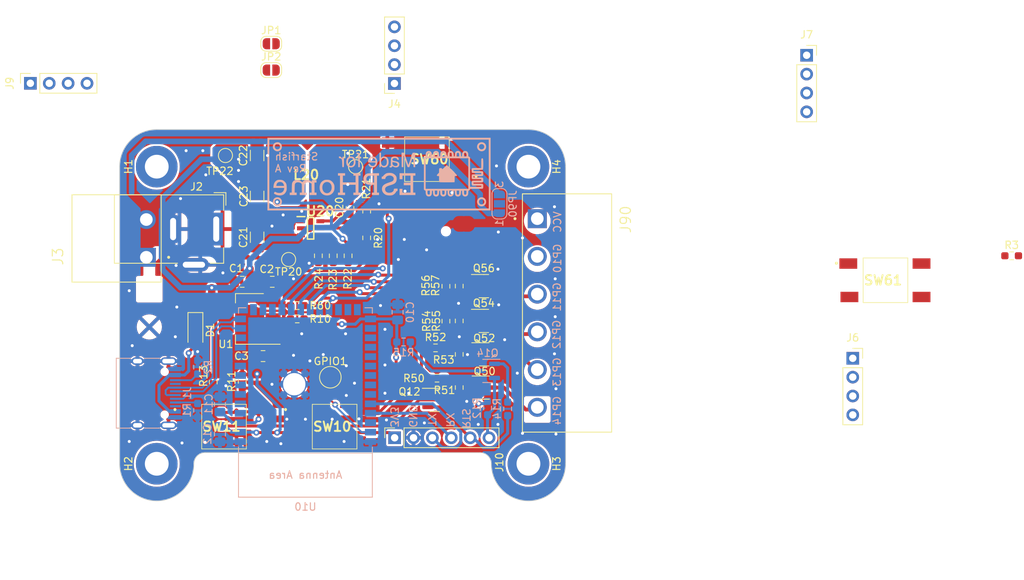
<source format=kicad_pcb>
(kicad_pcb (version 20221018) (generator pcbnew)
  (title_block (title "Starfish") (date "2023-01-30") (rev "A") (company "PaEber Electronics"))
  (layers (0 "F.Cu" signal) (31 "B.Cu" signal) (34 "B.Paste" user) (35 "F.Paste" user) (36 "B.SilkS" user "B.Silkscreen") (37 "F.SilkS" user "F.Silkscreen") (38 "B.Mask" user) (39 "F.Mask" user) (44 "Edge.Cuts" user))
  (net 0 "")
  (net 1 "GND")
  (net 2 "VBUS")
  (net 3 "Net-(U20-BST)")
  (net 4 "/USB_DP")
  (net 5 "/USB_DM")
  (net 6 "Net-(U10-GPIO1{slash}TOUCH1{slash}ADC1_CH0)")
  (net 7 "Net-(J1-CC1)")
  (net 9 "Net-(J1-CC2)")
  (net 10 "/Power/SW_5V")
  (net 11 "+3V3")
  (net 12 "/CH1")
  (net 14 "/Power/V_REG")
  (net 15 "Net-(Q12-G)")
  (net 16 "Net-(Q12-D)")
  (net 17 "Net-(Q14-G)")
  (net 18 "Net-(Q14-D)")
  (net 19 "Net-(Q50-G)")
  (net 20 "Net-(Q52-G)")
  (net 21 "Net-(Q54-G)")
  (net 22 "Net-(Q56-G)")
  (net 23 "Net-(U20-EN)")
  (net 24 "Net-(SW60-A)")
  (net 25 "/I2C_SCL")
  (net 26 "/I2C_SDA")
  (net 27 "/GPIO12")
  (net 28 "/GPIO13")
  (net 31 "+5V")
  (net 32 "/LED Driver/PWM1")
  (net 33 "/LED Driver/PWM2")
  (net 34 "/LED Driver/PWM3")
  (net 35 "/LED Driver/PWM4")
  (net 40 "/CH2")
  (net 41 "/CH3")
  (net 42 "/CH4")
  (net 43 "VCC")
  (net 46 "Net-(R22-Pad2)")
  (net 47 "/Power/FB_5V")
  (net 50 "/GPIO14")
  (net 52 "/GPIO0")
  (net 53 "/CHIP_PU")
  (net 54 "/TXD")
  (net 57 "/RXD")
  (net 58 "/RTS")
  (net 59 "/DTR")
  (net 66 "Net-(SW61-A)")
  (net 67 "Net-(J90-Pin_2)")
  (footprint "paeber:13019319" (layer "F.Cu") (at 162.2 64 180)
    (fp_text reference "SW60")
    (fp_text value "1301.9315" hide)
  )
  (footprint "paeber:13019319" (layer "F.Cu") (at 148.075 100)
    (fp_text reference "SW10")
    (fp_text value "1301.9315" hide)
  )
  (footprint "TestPoint:TestPoint_Pad_D1.5mm" (layer "F.Cu") (at 134.239997 63.500001)
    (fp_text reference "TP22")
    (fp_text value "TestPoint")
  )
  (footprint "Resistor_SMD:R_0603_1608Metric_Pad0.98x0.95mm_HandSolder" (layer "F.Cu") (at 165.689997 81.080001 90)
    (fp_text reference "R57")
    (fp_text value "10k")
  )
  (footprint "Capacitor_SMD:C_0603_1608Metric_Pad1.08x0.95mm_HandSolder" (layer "F.Cu") (at 150.999997 70.500001 90)
    (fp_text reference "C20")
    (fp_text value "100n")
  )
  (footprint "Capacitor_SMD:C_1206_3216Metric" (layer "F.Cu") (at 138.499997 63.500001 90)
    (fp_text reference "C22")
    (fp_text value "22u")
  )
  (footprint "MountingHole:MountingHole_3.2mm_M3_DIN965_Pad_TopBottom" (layer "F.Cu") (at 125 65 90)
    (fp_text reference "H1")
    (fp_text value "MountingHole")
  )
  (footprint "Resistor_SMD:R_0603_1608Metric_Pad0.98x0.95mm_HandSolder" (layer "F.Cu") (at 150.739997 77.000001 -90)
    (fp_text reference "R22")
    (fp_text value "27k")
  )
  (footprint "TestPoint:TestPoint_Pad_D2.5mm" (layer "F.Cu") (at 148.35 93.35)
    (fp_text reference "GPIO1")
    (fp_text value "TestPoint")
  )
  (footprint "paeber:13019319" (layer "F.Cu") (at 222.175 80.295)
    (fp_text reference "SW61")
    (fp_text value "1301.9315" hide)
  )
  (footprint "MountingHole:MountingHole_3.2mm_M3_DIN965_Pad_TopBottom" (layer "F.Cu") (at 175 105 -90)
    (fp_text reference "H3")
    (fp_text value "MountingHole")
  )
  (footprint "Package_TO_SOT_SMD:SOT-23" (layer "F.Cu") (at 169.1 94.740001)
    (fp_text reference "Q50")
    (fp_text value "PMV40UN2R")
  )
  (footprint "Package_TO_SOT_SMD:SOT-223-3_TabPin2" (layer "F.Cu") (at 137.499997 85.500001 180)
    (fp_text reference "U1")
    (fp_text value "LM1117-3.3")
  )
  (footprint "paeber:CUI_TBP01R1-508-06BE" (layer "F.Cu") (at 176.189997 72 -90)
    (fp_text reference "J90")
    (fp_text value "Screw_Terminal_01x06")
  )
  (footprint "Package_TO_SOT_SMD:SOT-23" (layer "F.Cu") (at 169 81.080001)
    (fp_text reference "Q56")
    (fp_text value "PMV40UN2R")
  )
  (footprint "Resistor_SMD:R_0603_1608Metric_Pad0.98x0.95mm_HandSolder" (layer "F.Cu") (at 162.699997 93.470001)
    (fp_text reference "R50")
    (fp_text value "330")
  )
  (footprint "Resistor_SMD:R_0603_1608Metric_Pad0.98x0.95mm_HandSolder" (layer "F.Cu") (at 153.239997 74.587501 90)
    (fp_text reference "R20")
    (fp_text value "100k")
  )
  (footprint "Resistor_SMD:R_0603_1608Metric_Pad0.98x0.95mm_HandSolder" (layer "F.Cu") (at 153.239997 71.000001 90)
    (fp_text reference "R21")
    (fp_text value "27k")
  )
  (footprint "Package_TO_SOT_SMD:SOT-23" (layer "F.Cu") (at 169.05 90.270001)
    (fp_text reference "Q52")
    (fp_text value "PMV40UN2R")
  )
  (footprint "Capacitor_SMD:C_0805_2012Metric_Pad1.18x1.45mm_HandSolder" (layer "F.Cu") (at 140.537497 80.500001)
    (fp_text reference "C2")
    (fp_text value "10")
  )
  (footprint "Connector_PinSocket_2.54mm:PinSocket_1x04_P2.54mm_Vertical" (layer "F.Cu") (at 218.625 90.8)
    (fp_text reference "J6")
    (fp_text value "Conn_01x04")
  )
  (footprint "MountingHole:MountingHole_3.2mm_M3_DIN965_Pad_TopBottom" (layer "F.Cu") (at 175 65 -90)
    (fp_text reference "H4")
    (fp_text value "MountingHole")
  )
  (footprint "paeber:CUI_TBP01R1-508-02BE" (layer "F.Cu") (at 123.6 77.2 90)
    (fp_text reference "J3")
    (fp_text value "Screw_Terminal_01x02")
  )
  (footprint "Resistor_SMD:R_0603_1608Metric_Pad0.98x0.95mm_HandSolder" (layer "F.Cu") (at 165.689997 94.740001 90)
    (fp_text reference "R51")
    (fp_text value "10k")
  )
  (footprint "Resistor_SMD:R_0603_1608Metric_Pad0.98x0.95mm_HandSolder" (layer "F.Cu") (at 165.689997 90.270001 90)
    (fp_text reference "R53")
    (fp_text value "10k")
  )
  (footprint "paeber:XAL6030182MEB-HandSolder" (layer "F.Cu") (at 145.099997 66.100001 180)
    (fp_text reference "L20")
    (fp_text value "3u3" hide)
  )
  (footprint "TestPoint:TestPoint_Pad_D1.5mm" (layer "F.Cu") (at 142.739997 77.500001 180)
    (fp_text reference "TP20")
    (fp_text value "TestPoint")
  )
  (footprint "Connector_PinSocket_2.54mm:PinSocket_1x04_P2.54mm_Vertical" (layer "F.Cu") (at 156.975 53.8 180)
    (fp_text reference "J4")
    (fp_text value "Conn_01x04")
  )
  (footprint "Resistor_SMD:R_0603_1608Metric_Pad0.98x0.95mm_HandSolder" (layer "F.Cu") (at 163.899997 81.100001 90)
    (fp_text reference "R56")
    (fp_text value "330")
  )
  (footprint "Resistor_SMD:R_0603_1608Metric_Pad0.98x0.95mm_HandSolder" (layer "F.Cu") (at 148.739997 77.000001 -90)
    (fp_text reference "R23")
    (fp_text value "27k")
  )
  (footprint "Resistor_SMD:R_0603_1608Metric_Pad0.98x0.95mm_HandSolder" (layer "F.Cu") (at 240 77)
    (fp_text reference "R3")
    (fp_text value "10k")
  )
  (footprint "Resistor_SMD:R_0603_1608Metric_Pad0.98x0.95mm_HandSolder" (layer "F.Cu") (at 165.689997 85.770001 90)
    (fp_text reference "R55")
    (fp_text value "10k")
  )
  (footprint "Capacitor_SMD:C_1206_3216Metric" (layer "F.Cu") (at 138.499997 69.000001 -90)
    (fp_text reference "C23")
    (fp_text value "22u")
  )
  (footprint "Capacitor_SMD:C_0805_2012Metric_Pad1.18x1.45mm_HandSolder" (layer "F.Cu") (at 136.499997 80.500001 180)
    (fp_text reference "C1")
    (fp_text value "1u")
  )
  (footprint "Connector_BarrelJack:BarrelJack_Wuerth_6941xx301002" (layer "F.Cu") (at 133 73.4 -90)
    (fp_text reference "J2")
    (fp_text value "Barrel_Jack_Switch")
  )
  (footprint "Connector_PinSocket_2.54mm:PinSocket_1x06_P2.54mm_Vertical" (layer "F.Cu") (at 156.999997 101.500001 90)
    (fp_text reference "J10")
    (fp_text value "UartBridge")
  )
  (footprint "Capacitor_SMD:C_1206_3216Metric" (layer "F.Cu") (at 138.499997 74.500001 90)
    (fp_text reference "C21")
    (fp_text value "10u")
  )
  (footprint "TestPoint:TestPoint_Pad_D1.5mm" (layer "F.Cu") (at 151.739997 65.000001)
    (fp_text reference "TP21")
    (fp_text value "TestPoint")
  )
  (footprint "Resistor_SMD:R_0603_1608Metric_Pad0.98x0.95mm_HandSolder" (layer "F.Cu") (at 146.739997 77.000001 90)
    (fp_text reference "R24")
    (fp_text value "10k")
  )
  (footprint "Resistor_SMD:R_0603_1608Metric_Pad0.98x0.95mm_HandSolder" (layer "F.Cu") (at 132.6 94 -90)
    (fp_text reference "R13")
    (fp_text value "0")
  )
  (footprint "Connector_PinSocket_2.54mm:PinSocket_1x04_P2.54mm_Vertical" (layer "F.Cu") (at 212.425 50)
    (fp_text reference "J7")
    (fp_text value "Conn_01x04")
  )
  (footprint "Jumper:SolderJumper-2_P1.3mm_Open_RoundedPad1.0x1.5mm" (layer "F.Cu") (at 140.4 52)
    (fp_text reference "JP2")
    (fp_text value "SolderJumper_2_Open")
  )
  (footprint "Capacitor_SMD:C_0805_2012Metric_Pad1.18x1.45mm_HandSolder" (layer "F.Cu") (at 139.299997 90.500001)
    (fp_text reference "C3")
    (fp_text value "1u")
  )
  (footprint "Resistor_SMD:R_0603_1608Metric_Pad0.98x0.95mm_HandSolder" (layer "F.Cu") (at 143.9 83.7 180)
    (fp_text reference "R60")
    (fp_text value "10k")
  )
  (footprint "MountingHole:MountingHole_3.2mm_M3_DIN965_Pad_TopBottom" (layer "F.Cu") (at 125 105 90)
    (fp_text reference "H2")
    (fp_text value "MountingHole")
  )
  (footprint "Connector_PinSocket_2.54mm:PinSocket_1x04_P2.54mm_Vertical" (layer "F.Cu") (at 108 53.775 90)
    (fp_text reference "J9")
    (fp_text value "Conn_01x04")
  )
  (footprint "paeber:13019319" (layer "F.Cu") (at 133.2 100)
    (fp_text reference "SW11")
    (fp_text value "1301.9315" hide)
  )
  (footprint "Resistor_SMD:R_0603_1608Metric_Pad0.98x0.95mm_HandSolder" (layer "F.Cu") (at 162.499997 89.400001)
    (fp_text reference "R52")
    (fp_text value "330")
  )
  (footprint "paeber:TSOT-26" (layer "F.Cu") (at 145.699997 73.300001)
    (fp_text reference "U20")
    (fp_text value "AP62301WU-7" hide)
  )
  (footprint "Jumper:SolderJumper-2_P1.3mm_Open_RoundedPad1.0x1.5mm" (layer "F.Cu") (at 140.4 48.45)
    (fp_text reference "JP1")
    (fp_text value "SolderJumper_2_Open")
  )
  (footprint "Resistor_SMD:R_0603_1608Metric_Pad0.98x0.95mm_HandSolder" (layer "F.Cu") (at 143.9 85.5 180)
    (fp_text reference "R10")
    (fp_text value "10k")
  )
  (footprint "Package_TO_SOT_SMD:SOT-23" (layer "F.Cu") (at 169 85.770001)
    (fp_text reference "Q54")
    (fp_text value "PMV40UN2R")
  )
  (footprint "Diode_SMD:D_SOD-123" (layer "F.Cu") (at 130.199997 87.000001 -90)
    (fp_text reference "D1")
    (fp_text value "PMEG60T10ELRX")
  )
  (footprint "Resistor_SMD:R_0603_1608Metric_Pad0.98x0.95mm_HandSolder" (layer "F.Cu") (at 163.899997 85.800001 90)
    (fp_text reference "R54")
    (fp_text value "330")
  )
  (footprint "Package_TO_SOT_SMD:SOT-23" (layer "F.Cu") (at 162.399997 96.400001)
    (fp_text reference "Q12")
    (fp_text value "BSS138")
  )
  (footprint "Resistor_SMD:R_0603_1608Metric_Pad0.98x0.95mm_HandSolder" (layer "F.Cu") (at 136.5 93.9 90)
    (fp_text reference "R11")
    (fp_text value "10k")
  )
  (footprint "Capacitor_SMD:C_0805_2012Metric_Pad1.18x1.45mm_HandSolder" (layer "B.Cu") (at 133.499997 101.000001 -90)
    (fp_text reference "C12")
    (fp_text value "100n")
  )
  (footprint "Resistor_SMD:R_0603_1608Metric_Pad0.98x0.95mm_HandSolder" (layer "B.Cu") (at 130.499997 97.800001 -90)
    (fp_text reference "R1")
    (fp_text value "5k11")
  )
  (footprint "Connector_USB:USB_C_Receptacle_HRO_TYPE-C-31-M-12" (layer "B.Cu") (at 123.459997 95.500001 90)
    (fp_text reference "J1")
    (fp_text value "USB4105-GF-A-120")
  )
  (footprint "Resistor_SMD:R_0603_1608Metric_Pad0.98x0.95mm_HandSolder" (layer "B.Cu") (at 172.199997 97.600001 -90)
    (fp_text reference "R14")
    (fp_text value "10k")
  )
  (footprint "Jumper:SolderJumper-3_P1.3mm_Open_RoundedPad1.0x1.5mm_NumberLabels" (layer "B.Cu") (at 171.099997 70.000001 90)
    (fp_text reference "JP90")
    (fp_text value "12V 5V")
  )
  (footprint "Package_TO_SOT_SMD:SOT-23" (layer "B.Cu") (at 169.499997 92.500001 180)
    (fp_text reference "Q14")
    (fp_text value "BSS138")
  )
  (footprint "Capacitor_SMD:C_0805_2012Metric_Pad1.18x1.45mm_HandSolder" (layer "B.Cu") (at 157.4 84.6 90)
    (fp_text reference "C10")
    (fp_text value "100n")
  )
  (footprint "Capacitor_SMD:C_0805_2012Metric_Pad1.18x1.45mm_HandSolder" (layer "B.Cu") (at 133.499997 97.000001 90)
    (fp_text reference "C11")
    (fp_text value "100n")
  )
  (footprint "Resistor_SMD:R_0603_1608Metric_Pad0.98x0.95mm_HandSolder" (layer "B.Cu") (at 169.499997 97.500001 -90)
    (fp_text reference "R12")
    (fp_text value "10k")
  )
  (footprint "Resistor_SMD:R_0603_1608Metric_Pad0.98x0.95mm_HandSolder" (layer "B.Cu") (at 158.199997 88.6)
    (fp_text reference "R15")
    (fp_text value "0")
  )
  (footprint "LOGO" (layer "B.Cu") (at 154.899997 66.000001 180)
    (fp_text reference "G***" hide)
    (fp_text value "LOGO" hide)
  )
  (footprint "Espressif:ESP32-S3-WROOM-1" (layer "B.Cu") (at 144.999997 93.750001)
    (fp_text reference "U10")
    (fp_text value "ESP32-S3-WROOM-1")
  )
  (footprint "Resistor_SMD:R_0603_1608Metric_Pad0.98x0.95mm_HandSolder" (layer "B.Cu") (at 130.499997 92.000001 90)
    (fp_text reference "R2")
    (fp_text value "5k11")
  )
  (gr_line (start 131.499997 103.500001) (end 168.499997 103.500001) (stroke (width 0.1)) (layer "Edge.Cuts"))
  (gr_line (start 119.999997 65.000001) (end 119.999997 105.000001) (stroke (width 0.1)) (layer "Edge.Cuts"))
  (gr_arc (start 129.999997 105.000001) (mid 128.535531 108.535535) (end 124.999997 110.000001) (stroke (width 0.1)) (layer "Edge.Cuts"))
  (gr_line (start 179.999997 105.000001) (end 179.999997 65.000001) (stroke (width 0.1)) (layer "Edge.Cuts"))
  (gr_arc (start 179.999997 105.000001) (mid 178.535531 108.535535) (end 174.999997 110.000001) (stroke (width 0.1)) (layer "Edge.Cuts"))
  (gr_line (start 174.999997 60.000001) (end 124.999997 60.000001) (stroke (width 0.1)) (layer "Edge.Cuts"))
  (gr_arc (start 119.999997 65.000001) (mid 121.464463 61.464467) (end 124.999997 60.000001) (stroke (width 0.1)) (layer "Edge.Cuts"))
  (gr_arc (start 168.499997 103.500001) (mid 169.560659 103.93934) (end 170 105.000001) (stroke (width 0.1)) (layer "Edge.Cuts"))
  (gr_arc (start 124.999997 110.000001) (mid 121.464463 108.535535) (end 119.999997 105.000001) (stroke (width 0.1)) (layer "Edge.Cuts"))
  (gr_arc (start 175 110.000001) (mid 171.464466 108.535535) (end 170 105.000001) (stroke (width 0.1)) (layer "Edge.Cuts"))
  (gr_arc (start 129.999997 105.000001) (mid 130.439337 103.939341) (end 131.499997 103.500001) (stroke (width 0.1)) (layer "Edge.Cuts"))
  (gr_arc (start 174.999997 60.000001) (mid 178.535531 61.464467) (end 179.999997 65.000001) (stroke (width 0.1)) (layer "Edge.Cuts"))
  (gr_text "RTS" (at 166.6 98.9 270) (layer "B.SilkS") (effects (font (size 1 1)) (justify mirror)))
  (gr_text "VCC" (at 178.9 72.45 90) (layer "B.SilkS") (effects (font (size 1 1)) (justify mirror)))
  (gr_text "GP14" (at 178.85 97.85 90) (layer "B.SilkS") (effects (font (size 1 1)) (justify mirror)))
  (gr_text "3V3" (at 156.95 98.7 270) (layer "B.SilkS") (effects (font (size 1 1)) (justify mirror)))
  (gr_text "GP12" (at 178.8 87.6 90) (layer "B.SilkS") (effects (font (size 1 1)) (justify mirror)))
  (gr_text "Starfish\nRev A\n" (at 140.8 64.45) (layer "B.SilkS") (effects (font (size 1 1)) (justify right mirror)))
  (gr_text "TX" (at 162 99.05 270) (layer "B.SilkS") (effects (font (size 1 1)) (justify mirror)))
  (gr_text "GP10" (at 178.9 77.35 90) (layer "B.SilkS") (effects (font (size 1 1)) (justify mirror)))
  (gr_text "GP13" (at 178.85 92.65 90) (layer "B.SilkS") (effects (font (size 1 1)) (justify mirror)))
  (gr_text "GND" (at 159.45 98.6 270) (layer "B.SilkS") (effects (font (size 1 1)) (justify mirror)))
  (gr_text "GP11" (at 178.85 82.55 90) (layer "B.SilkS") (effects (font (size 1 1)) (justify mirror)))
  (gr_text "RX" (at 164.45 99.1 270) (layer "B.SilkS") (effects (font (size 1 1)) (justify mirror)))
  (segment (start 165.727497 82.030001) (end 165.689997 81.992501) (width 0.4) (layer "F.Cu") (net 1))
  (segment (start 165.689997 95.652501) (end 166.752497 95.652501) (width 0.4) (layer "F.Cu") (net 1))
  (segment (start 165.689997 86.682501) (end 168.025 86.682501) (width 0.4) (layer "F.Cu") (net 1))
  (segment (start 165.689997 86.682501) (end 165.689997 87.890001) (width 0.4) (layer "F.Cu") (net 1))
  (segment (start 168.125 95.652501) (end 168.1625 95.690001) (width 0.4) (layer "F.Cu") (net 1))
  (segment (start 145.587497 77.912501) (end 145.499997 78.000001) (width 0.4) (layer "F.Cu") (net 1))
  (segment (start 153.327497 70.000001) (end 153.239997 70.087501) (width 0.4) (layer "F.Cu") (net 1))
  (segment (start 154.900497 70.000001) (end 153.327497 70.000001) (width 0.4) (layer "F.Cu") (net 1))
  (segment (start 140.474997 73.025001) (end 140.499997 73.000001) (width 0.4) (layer "F.Cu") (net 1))
  (segment (start 166.819997 90.320001) (end 166.799997 90.300001) (width 0.4) (layer "F.Cu") (net 1))
  (segment (start 165.727497 91.220001) (end 165.689997 91.182501) (width 0.4) (layer "F.Cu") (net 1))
  (segment (start 165.689997 87.890001) (end 165.699997 87.900001) (width 0.4) (layer "F.Cu") (net 1))
  (segment (start 138.499997 73.025001) (end 140.474997 73.025001) (width 0.4) (layer "F.Cu") (net 1))
  (segment (start 168.025 86.682501) (end 168.0625 86.720001) (width 0.4) (layer "F.Cu") (net 1))
  (segment (start 166.819997 91.220001) (end 166.819997 90.320001) (width 0.4) (layer "F.Cu") (net 1))
  (segment (start 165.689997 83.310001) (end 165.599997 83.400001) (width 0.4) (layer "F.Cu") (net 1))
  (segment (start 166.752497 95.652501) (end 166.752497 96.547501) (width 0.4) (layer "F.Cu") (net 1))
  (segment (start 166.752497 95.652501) (end 168.125 95.652501) (width 0.4) (layer "F.Cu") (net 1))
  (segment (start 166.819997 91.220001) (end 165.727497 91.220001) (width 0.4) (layer "F.Cu") (net 1))
  (segment (start 165.689997 81.992501) (end 165.689997 83.310001) (width 0.4) (layer "F.Cu") (net 1))
  (segment (start 146.739997 77.912501) (end 145.587497 77.912501) (width 0.4) (layer "F.Cu") (net 1))
  (segment (start 168.1125 91.220001) (end 166.819997 91.220001) (width 0.4) (layer "F.Cu") (net 1))
  (segment (start 168.0625 82.030001) (end 165.727497 82.030001) (width 0.4) (layer "F.Cu") (net 1))
  (segment (start 144.399997 72.350001) (end 144.399997 71.100001) (width 0.4) (layer "F.Cu") (net 1))
  (segment (start 144.399997 71.100001) (end 144.499997 71.000001) (width 0.4) (layer "F.Cu") (net 1))
  (segment (start 166.752497 96.547501) (end 166.699997 96.600001) (width 0.4) (layer "F.Cu") (net 1))
  (via (at 178.7 94.9) (size 0.8) (drill 0.4) (layers "F.Cu" "B.Cu") (net 1))
  (via (at 155.9 99.1) (size 0.8) (drill 0.4) (layers "F.Cu" "B.Cu") (net 1))
  (via (at 178.6 85.2) (size 0.8) (drill 0.4) (layers "F.Cu" "B.Cu") (net 1))
  (via (at 127.6 78.3) (size 0.8) (drill 0.4) (layers "F.Cu" "B.Cu") (net 1))
  (via (at 170.7 64.9) (size 0.8) (drill 0.4) (layers "F.Cu" "B.Cu") (net 1))
  (via (at 166.799997 90.300001) (size 0.8) (drill 0.4) (layers "F.Cu" "B.Cu") (net 1))
  (via (at 171.8 88.3) (size 0.8) (drill 0.4) (layers "F.Cu" "B.Cu") (net 1))
  (via (at 144.499997 71.000001) (size 0.8) (drill 0.4) (layers "F.Cu" "B.Cu") (net 1))
  (via (at 165.699997 87.900001) (size 0.8) (drill 0.4) (layers "F.Cu" "B.Cu") (net 1))
  (via (at 130.499997 89.900001) (size 0.8) (drill 0.4) (layers "F.Cu" "B.Cu") (net 1))
  (via (at 178.5 90.2) (size 0.8) (drill 0.4) (layers "F.Cu" "B.Cu") (net 1))
  (via (at 131.6 66.1) (size 0.8) (drill 0.4) (layers "F.Cu" "B.Cu") (net 1))
  (via (at 154.7 74.8) (size 0.8) (drill 0.4) (layers "F.Cu" "B.Cu") (net 1))
  (via (at 174.2 74.6) (size 0.8) (drill 0.4) (layers "F.Cu" "B.Cu") (net 1))
  (via (at 141.7 102.3) (size 0.8) (drill 0.4) (layers "F.Cu" "B.Cu") (net 1))
  (via (at 147.4 90.3) (size 0.8) (drill 0.4) (layers "F.Cu" "B.Cu") (net 1))
  (via (at 164.7 68.5) (size 0.8) (drill 0.4) (layers "F.Cu" "B.Cu") (net 1))
  (via (at 140.499997 73.000001) (size 0.8) (drill 0.4) (layers "F.Cu" "B.Cu") (net 1))
  (via (at 133.9 79.3) (size 0.8) (drill 0.4) (layers "F.Cu" "B.Cu") (net 1))
  (via (at 143.4 80.1) (size 0.8) (drill 0.4) (layers "F.Cu" "B.Cu") (net 1))
  (via (at 170.9 78.8) (size 0.8) (drill 0.4) (layers "F.Cu" "B.Cu") (net 1))
  (via (at 128.4 102.2) (size 0.8) (drill 0.4) (layers "F.Cu" "B.Cu") (net 1))
  (via (at 150.5 91.8) (size 0.8) (drill 0.4) (layers "F.Cu" "B.Cu") (net 1))
  (via (at 178.6 80.1) (size 0.8) (drill 0.4) (layers "F.Cu" "B.Cu") (net 1))
  (via (at 134.299997 94.500001) (size 0.8) (drill 0.4) (layers "F.Cu" "B.Cu") (net 1))
  (via (at 145.499997 78.000001) (size 0.8) (drill 0.4) (layers "F.Cu" "B.Cu") (net 1))
  (via (at 157.5 77.5) (size 0.8) (drill 0.4) (layers "F.Cu" "B.Cu") (net 1))
  (via (at 152.2 98.95) (size 0.8) (drill 0.4) (layers "F.Cu" "B.Cu") (net 1))
  (via (at 158.4 68.3) (size 0.8) (drill 0.4) (layers "F.Cu" "B.Cu") (net 1))
  (via (at 150.5 95.8) (size 0.8) (drill 0.4) (layers "F.Cu" "B.Cu") (net 1))
  (via (at 145 99) (size 0.8) (drill 0.4) (layers "F.Cu" "B.Cu") (net 1))
  (via (at 178.5 70.4) (size 0.8) (drill 0.4) (layers "F.Cu" "B.Cu") (net 1))
  (via (at 128.95 62.85) (size 0.8) (drill 0.4) (layers "F.Cu" "B.Cu") (net 1))
  (via (at 121.3 81.7) (size 0.8) (drill 0.4) (layers "F.Cu" "B.Cu") (net 1))
  (via (at 148.6 99) (size 0.8) (drill 0.4) (layers "F.Cu" "B.Cu") (net 1))
  (via (at 158.3 74.8) (size 0.8) (drill 0.4) (layers "F.Cu" "B.Cu") (net 1))
  (via (at 150.4 87.5) (size 0.8) (drill 0.4) (layers "F.Cu" "B.Cu") (net 1))
  (via (at 155.7 91.7) (size 0.8) (drill 0.4) (layers "F.Cu" "B.Cu") (net 1))
  (via (at 161 99.5) (size 0.8) (drill 0.4) (layers "F.Cu" "B.Cu") (net 1))
  (via (at 143.4 90.4) (size 0.8) (drill 0.4) (layers "F.Cu" "B.Cu") (net 1))
  (via (at 142.5 99) (size 0.8) (drill 0.4) (layers "F.Cu" "B.Cu") (net 1))
  (via (at 121.7 89.1) (size 0.8) (drill 0.4) (layers "F.Cu" "B.Cu") (net 1))
  (via (at 170.95 73.8) (size 0.8) (drill 0.4) (layers "F.Cu" "B.Cu") (net 1))
  (via (at 140.5 94.3) (size 0.8) (drill 0.4) (layers "F.Cu" "B.Cu") (net 1))
  (via (at 150.199997 102.000001) (size 0.8) (drill 0.4) (layers "F.Cu" "B.Cu") (net 1))
  (via (at 154.900497 70.000001) (size 0.8) (drill 0.4) (layers "F.Cu" "B.Cu") (net 1))
  (via (at 142 71.5) (size 0.8) (drill 0.4) (layers "F.Cu" "B.Cu") (net 1))
  (via (at 168.25 99.7) (size 0.8) (drill 0.4) (layers "F.Cu" "B.Cu") (net 1))
  (via (at 166.699997 96.600001) (size 0.8) (drill 0.4) (layers "F.Cu" "B.Cu") (net 1))
  (via (at 155.7 86.9) (size 0.8) (drill 0.4) (layers "F.Cu" "B.Cu") (net 1))
  (via (at 159.9 64.5) (size 0.8) (drill 0.4) (layers "F.Cu" "B.Cu") (net 1))
  (via (at 128.2 69.3) (size 0.8) (drill 0.4) (layers "F.Cu" "B.Cu") (net 1))
  (via (at 144.5 87.5) (size 0.8) (drill 0.4) (layers "F.Cu" "B.Cu") (net 1))
  (via (at 173.5 92.8) (size 0.8) (drill 0.4) (layers "F.Cu" "B.Cu") (net 1))
  (via (at 151.6 94.15) (size 0.8) (drill 0.4) (layers "F.Cu" "B.Cu") (net 1))
  (via (at 127.7 83.9) (size 0.8) (drill 0.4) (layers "F.Cu" "B.Cu") (net 1))
  (via (at 161.3 76.2) (size 0.8) (drill 0.4) (layers "F.Cu" "B.Cu") (net 1))
  (via (at 121.3 102) (size 0.8) (drill 0.4) (layers "F.Cu" "B.Cu") (net 1))
  (via (at 155.1 83.7) (size 0.8) (drill 0.4) (layers "F.Cu" "B.Cu") (net 1))
  (via (at 155.7 95.5) (size 0.8) (drill 0.4) (layers "F.Cu" "B.Cu") (net 1))
  (via (at 131.2 62.85) (size 0.8) (drill 0.4) (layers "F.Cu" "B.Cu") (net 1))
  (via (at 127.5 87.9) (size 0.8) (drill 0.4) (layers "F.Cu" "B.Cu") (net 1))
  (via (at 178.7 101) (size 0.8) (drill 0.4) (layers "F.Cu" "B.Cu") (net 1))
  (via (at 165.599997 83.400001) (size 0.8) (drill 0.4) (layers "F.Cu" "B.Cu") (net 1))
  (via (at 145.6 91.15) (size 0.8) (drill 0.4) (layers "F.Cu" "B.Cu") (net 1))
  (via (at 131.499997 102.100001) (size 0.8) (drill 0.4) (layers "F.Cu" "B.Cu") (net 1))
  (via (at 174.2 100.9) (size 0.8) (drill 0.4) (layers "F.Cu" "B.Cu") (net 1))
  (via (at 171 83.6) (size 0.8) (drill 0.4) (layers "F.Cu" "B.Cu") (net 1))
  (via (at 139.799997 102.000001) (size 0.8) (drill 0.4) (layers "F.Cu" "B.Cu") (net 1))
  (via (at 158.9 95.5) (size 0.8) (drill 0.4) (layers "F.Cu" "B.Cu") (net 1))
  (via (at 170.9 99.7) (size 0.8) (drill 0.4) (layers "F.Cu" "B.Cu") (net 1))
  (segment (start 142.099997 94.290001) (end 143.499997 94.290001) (width 0.4) (layer "B.Cu") (net 1))
  (segment (start 129.049997 98.750001) (end 130.462497 98.750001) (width 0.4) (layer "B.Cu") (net 1))
  (segment (start 128.399997 91.200001) (end 126.609997 91.200001) (width 0.4) (layer "B.Cu") (net 1))
  (segment (start 129.099997 98.800001) (end 129.049997 98.750001) (width 0.4) (layer "B.Cu") (net 1))
  (segment (start 133.499997 95.300001) (end 134.299997 94.500001) (width 0.4) (layer "B.Cu") (net 1))
  (segment (start 130.462497 98.750001) (end 130.499997 98.712501) (width 0.4) (layer "B.Cu") (net 1))
  (segment (start 128.679997 99.820001) (end 129.099997 99.400001) (width 0.4) (layer "B.Cu") (net 1))
  (segment (start 128.299997 92.200001) (end 128.599997 91.900001) (width 0.4) (layer "B.Cu") (net 1))
  (segment (start 127.554997 92.200001) (end 128.299997 92.200001) (width 0.4) (layer "B.Cu") (net 1))
  (segment (start 129.099997 99.400001) (end 129.099997 98.800001) (width 0.4) (layer "B.Cu") (net 1))
  (segment (start 127.504997 92.250001) (end 127.554997 92.200001) (width 0.4) (layer "B.Cu") (net 1))
  (segment (start 126.609997 91.200001) (end 126.589997 91.180001) (width 0.4) (layer "B.Cu") (net 1))
  (segment (start 127.504997 98.750001) (end 129.049997 98.750001) (width 0.4) (layer "B.Cu") (net 1))
  (segment (start 143.499997 94.290001) (end 144.899997 94.290001) (width 0.4) (layer "B.Cu") (net 1))
  (segment (start 128.599997 91.900001) (end 128.599997 91.400001) (width 0.4) (layer "B.Cu") (net 1))
  (segment (start 143.499997 94.290001) (end 143.499997 95.690001) (width 0.4) (layer "B.Cu") (net 1))
  (segment (start 131.562497 102.037501) (end 131.499997 102.100001) (width 0.4) (layer "B.Cu") (net 1))
  (segment (start 130.499997 91.087501) (end 130.499997 89.900001) (width 0.4) (layer "B.Cu") (net 1))
  (segment (start 133.499997 95.962501) (end 133.499997 95.300001) (width 0.4) (layer "B.Cu") (net 1))
  (segment (start 143.499997 92.890001) (end 143.499997 94.290001) (width 0.4) (layer "B.Cu") (net 1))
  (segment (start 126.589997 99.820001) (end 128.679997 99.820001) (width 0.4) (layer "B.Cu") (net 1))
  (segment (start 133.499997 102.037501) (end 131.562497 102.037501) (width 0.4) (layer "B.Cu") (net 1))
  (segment (start 128.599997 91.400001) (end 128.399997 91.200001) (width 0.4) (layer "B.Cu") (net 1))
  (segment (start 129.299997 89.969321) (end 130.199997 89.069321) (width 0.4) (layer "F.Cu") (net 2))
  (segment (start 129.299997 90.100001) (end 129.299997 89.969321) (width 0.4) (layer "F.Cu") (net 2))
  (segment (start 130.199997 89.069321) (end 130.199997 88.650001) (width 0.4) (layer "F.Cu") (net 2))
  (via (at 129.299997 90.100001) (size 0.8) (drill 0.4) (layers "F.Cu" "B.Cu") (net 2))
  (segment (start 127.504997 93.050001) (end 126.715336 93.050001) (width 0.4) (layer "B.Cu") (net 2))
  (segment (start 129.099997 92.700001) (end 129.299997 92.500001) (width 0.4) (layer "B.Cu") (net 2))
  (segment (start 125.299997 94.46534) (end 125.299997 96.534662) (width 0.4) (layer "B.Cu") (net 2))
  (segment (start 128.749997 93.050001) (end 129.099997 92.700001) (width 0.4) (layer "B.Cu") (net 2))
  (segment (start 129.299997 92.500001) (end 129.299997 90.100001) (width 0.4) (layer "B.Cu") (net 2))
  (segment (start 126.715336 93.050001) (end 125.299997 94.46534) (width 0.4) (layer "B.Cu") (net 2))
  (segment (start 126.715336 97.950001) (end 127.504997 97.950001) (width 0.4) (layer "B.Cu") (net 2))
  (segment (start 127.504997 93.050001) (end 128.749997 93.050001) (width 0.4) (layer "B.Cu") (net 2))
  (segment (start 125.299997 96.534662) (end 126.715336 97.950001) (width 0.4) (layer "B.Cu") (net 2))
  (segment (start 149.637497 71.362501) (end 148.689997 72.310001) (width 0.4) (layer "F.Cu") (net 3))
  (segment (start 150.999997 71.362501) (end 149.637497 71.362501) (width 0.4) (layer "F.Cu") (net 3))
  (segment (start 148.689997 72.310001) (end 147.007497 72.310001) (width 0.4) (layer "F.Cu") (net 3))
  (segment (start 127.504997 95.750001) (end 126.349997 95.750001) (width 0.25) (layer "B.Cu") (net 4))
  (segment (start 132.499997 93.364283) (end 132.499997 87.000001) (width 0.25) (layer "B.Cu") (net 4))
  (segment (start 126.199997 95.600001) (end 126.199997 95.100001) (width 0.25) (layer "B.Cu") (net 4))
  (segment (start 135.399997 85.500001) (end 136.249997 85.500001) (width 0.25) (layer "B.Cu") (net 4))
  (segment (start 132.499997 87.000001) (end 133.549997 85.950001) (width 0.25) (layer "B.Cu") (net 4))
  (segment (start 131.114279 94.750001) (end 132.499997 93.364283) (width 0.25) (layer "B.Cu") (net 4))
  (segment (start 126.349997 95.750001) (end 126.199997 95.600001) (width 0.25) (layer "B.Cu") (net 4))
  (segment (start 127.504997 94.750001) (end 131.114279 94.750001) (width 0.25) (layer "B.Cu") (net 4))
  (segment (start 126.549997 94.750001) (end 127.504997 94.750001) (width 0.25) (layer "B.Cu") (net 4))
  (segment (start 133.549997 85.950001) (end 134.949997 85.950001) (width 0.25) (layer "B.Cu") (net 4))
  (segment (start 134.949997 85.950001) (end 135.399997 85.500001) (width 0.25) (layer "B.Cu") (net 4))
  (segment (start 126.199997 95.100001) (end 126.549997 94.750001) (width 0.25) (layer "B.Cu") (net 4))
  (segment (start 132.999997 93.500001) (end 131.249997 95.250001) (width 0.25) (layer "B.Cu") (net 5))
  (segment (start 135.269997 86.770001) (end 134.999997 86.500001) (width 0.25) (layer "B.Cu") (net 5))
  (segment (start 131.249997 95.250001) (end 129.049997 95.250001) (width 0.25) (layer "B.Cu") (net 5))
  (segment (start 128.549997 96.250001) (end 129.049997 95.750001) (width 0.25) (layer "B.Cu") (net 5))
  (segment (start 129.049997 95.750001) (end 129.049997 95.250001) (width 0.25) (layer "B.Cu") (net 5))
  (segment (start 133.699997 86.500001) (end 132.999997 87.200001) (width 0.25) (layer "B.Cu") (net 5))
  (segment (start 132.999997 87.200001) (end 132.999997 93.500001) (width 0.25) (layer "B.Cu") (net 5))
  (segment (start 127.504997 96.250001) (end 128.549997 96.250001) (width 0.25) (layer "B.Cu") (net 5))
  (segment (start 134.999997 86.500001) (end 133.699997 86.500001) (width 0.25) (layer "B.Cu") (net 5))
  (segment (start 129.049997 95.250001) (end 127.504997 95.250001) (width 0.25) (layer "B.Cu") (net 5))
  (segment (start 136.249997 86.770001) (end 135.269997 86.770001) (width 0.25) (layer "B.Cu") (net 5))
  (segment (start 148.35 96.4) (end 149 97.05) (width 0.25) (layer "F.Cu") (net 6))
  (segment (start 148.35 93.35) (end 148.35 96.4) (width 0.25) (layer "F.Cu") (net 6))
  (via (at 149 97.05) (size 0.8) (drill 0.4) (layers "F.Cu" "B.Cu") (net 6))
  (segment (start 149 97.2) (end 152.540001 100.740001) (width 0.25) (layer "B.Cu") (net 6))
  (segment (start 149 97.05) (end 149 97.2) (width 0.25) (layer "B.Cu") (net 6))
  (segment (start 152.540001 100.740001) (end 153.749997 100.740001) (width 0.25) (layer "B.Cu") (net 6))
  (segment (start 127.504997 96.750001) (end 130.362497 96.750001) (width 0.25) (layer "B.Cu") (net 7))
  (segment (start 130.362497 96.750001) (end 130.499997 96.887501) (width 0.25) (layer "B.Cu") (net 7))
  (segment (start 129.662497 93.750001) (end 130.499997 92.912501) (width 0.25) (layer "B.Cu") (net 9))
  (segment (start 127.504997 93.750001) (end 129.662497 93.750001) (width 0.25) (layer "B.Cu") (net 9))
  (via (at 150.7 67.4) (size 0.8) (drill 0.4) (layers "F.Cu" "B.Cu") (net 10))
  (via (at 150.7 63.2) (size 0.8) (drill 0.4) (layers "F.Cu" "B.Cu") (net 10))
  (segment (start 138.5 92.9) (end 138.4125 92.9875) (width 0.4) (layer "F.Cu") (net 11))
  (segment (start 156.299996 100.8) (end 138.399997 100.800001) (width 0.4) (layer "F.Cu") (net 11))
  (segment (start 138.4125 92.9875) (end 136.5 92.9875) (width 0.4) (layer "F.Cu") (net 11))
  (segment (start 156.999997 101.500001) (end 156.299996 100.8) (width 0.4) (layer "F.Cu") (net 11))
  (via (at 141.2 100.8) (size 0.8) (drill 0.4) (layers "F.Cu" "B.Cu") (net 11))
  (via (at 138.5 92.9) (size 0.8) (drill 0.4) (layers "F.Cu" "B.Cu") (net 11))
  (via (at 138.399997 100.800001) (size 0.8) (drill 0.4) (layers "F.Cu" "B.Cu") (net 11))
  (segment (start 136.249997 100.740001) (end 138.339997 100.740001) (width 0.4) (layer "B.Cu") (net 11))
  (segment (start 138.5 94.4) (end 141.6 97.5) (width 0.4) (layer "B.Cu") (net 11))
  (segment (start 138.339997 100.740001) (end 138.399997 100.800001) (width 0.4) (layer "B.Cu") (net 11))
  (segment (start 134.262497 99.962501) (end 133.499997 99.962501) (width 0.4) (layer "B.Cu") (net 11))
  (segment (start 141.6 97.5) (end 141.6 100.4) (width 0.4) (layer "B.Cu") (net 11))
  (segment (start 138.5 92.9) (end 138.5 94.4) (width 0.4) (layer "B.Cu") (net 11))
  (segment (start 136.249997 100.740001) (end 135.039997 100.740001) (width 0.4) (layer "B.Cu") (net 11))
  (segment (start 141.6 100.4) (end 141.2 100.8) (width 0.4) (layer "B.Cu") (net 11))
  (segment (start 135.039997 100.740001) (end 134.262497 99.962501) (width 0.4) (layer "B.Cu") (net 11))
  (segment (start 160.6 82.9) (end 160.6 92.282504) (width 0.4) (layer "F.Cu") (net 12))
  (segment (start 152.3 81.9) (end 152.5 82.1) (width 0.4) (layer "F.Cu") (net 12))
  (segment (start 159.8 82.1) (end 160.6 82.9) (width 0.4) (layer "F.Cu") (net 12))
  (segment (start 160.6 92.282504) (end 161.787497 93.470001) (width 0.4) (layer "F.Cu") (net 12))
  (segment (start 152.5 82.1) (end 159.8 82.1) (width 0.4) (layer "F.Cu") (net 12))
  (via (at 152.3 81.9) (size 0.8) (drill 0.4) (layers "F.Cu" "B.Cu") (net 12))
  (segment (start 148.099997 81.900001) (end 146.904997 83.095001) (width 0.4) (layer "B.Cu") (net 12))
  (segment (start 152.3 81.9) (end 148.099997 81.900001) (width 0.4) (layer "B.Cu") (net 12))
  (segment (start 146.904997 83.095001) (end 146.904997 84.250001) (width 0.4) (layer "B.Cu") (net 12))
  (segment (start 164.699997 96.700001) (end 165.499997 97.500001) (width 0.4) (layer "F.Cu") (net 15))
  (segment (start 165.499997 97.500001) (end 166.099997 97.500001) (width 0.4) (layer "F.Cu") (net 15))
  (segment (start 164.699997 96.000001) (end 164.699997 96.700001) (width 0.4) (layer "F.Cu") (net 15))
  (segment (start 164.149997 95.450001) (end 164.599997 95.900001) (width 0.4) (layer "F.Cu") (net 15))
  (segment (start 164.599997 95.900001) (end 164.699997 96.000001) (width 0.4) (layer "F.Cu") (net 15))
  (segment (start 166.099997 97.500001) (end 167.699997 97.500001) (width 0.4) (layer "F.Cu") (net 15))
  (segment (start 161.462497 95.450001) (end 164.149997 95.450001) (width 0.4) (layer "F.Cu") (net 15))
  (segment (start 167.699997 97.500001) (end 168.299997 96.900001) (width 0.4) (layer "F.Cu") (net 15))
  (via (at 168.299997 96.900001) (size 0.8) (drill 0.4) (layers "F.Cu" "B.Cu") (net 15))
  (segment (start 168.299997 96.900001) (end 169.187497 96.900001) (width 0.4) (layer "B.Cu") (net 15))
  (segment (start 169.187497 96.900001) (end 169.499997 96.587501) (width 0.4) (layer "B.Cu") (net 15))
  (segment (start 133.7 99.9125) (end 156.787499 99.912501) (width 0.4) (layer "F.Cu") (net 16))
  (segment (start 156.787499 99.912501) (end 160.299999 96.400001) (width 0.4) (layer "F.Cu") (net 16))
  (segment (start 160.299999 96.400001) (end 163.337497 96.400001) (width 0.4) (layer "F.Cu") (net 16))
  (segment (start 172.199997 92.100001) (end 171.649997 91.550001) (width 0.4) (layer "B.Cu") (net 17))
  (segment (start 171.649997 91.550001) (end 170.437497 91.550001) (width 0.4) (layer "B.Cu") (net 17))
  (segment (start 172.199997 96.687501) (end 172.199997 92.100001) (width 0.4) (layer "B.Cu") (net 17))
  (segment (start 159.112497 88.6) (end 159.112497 89.612501) (width 0.4) (layer "B.Cu") (net 18))
  (segment (start 161.999997 92.500001) (end 168.562497 92.500001) (width 0.4) (layer "B.Cu") (net 18))
  (segment (start 159.112497 89.612501) (end 161.999997 92.500001) (width 0.4) (layer "B.Cu") (net 18))
  (segment (start 165.689997 93.827501) (end 163.969997 93.827501) (width 0.4) (layer "F.Cu") (net 19))
  (segment (start 168.1625 93.790001) (end 165.727497 93.790001) (width 0.4) (layer "F.Cu") (net 19))
  (segment (start 163.969997 93.827501) (end 163.612497 93.470001) (width 0.4) (layer "F.Cu") (net 19))
  (segment (start 165.727497 93.790001) (end 165.689997 93.827501) (width 0.4) (layer "F.Cu") (net 19))
  (segment (start 163.412497 89.400001) (end 165.647497 89.400001) (width 0.4) (layer "F.Cu") (net 20))
  (segment (start 165.689997 89.357501) (end 168.075 89.357501) (width 0.4) (layer "F.Cu") (net 20))
  (segment (start 168.075 89.357501) (end 168.1125 89.320001) (width 0.4) (layer "F.Cu") (net 20))
  (segment (start 165.647497 89.400001) (end 165.689997 89.357501) (width 0.4) (layer "F.Cu") (net 20))
  (segment (start 168.0625 84.820001) (end 165.727497 84.820001) (width 0.4) (layer "F.Cu") (net 21))
  (segment (start 163.929997 84.857501) (end 163.899997 84.887501) (width 0.4) (layer "F.Cu") (net 21))
  (segment (start 165.689997 84.857501) (end 163.929997 84.857501) (width 0.4) (layer "F.Cu") (net 21))
  (segment (start 165.727497 84.820001) (end 165.689997 84.857501) (width 0.4) (layer "F.Cu") (net 21))
  (segment (start 165.689997 80.167501) (end 168.025 80.167501) (width 0.4) (layer "F.Cu") (net 22))
  (segment (start 165.669997 80.187501) (end 165.689997 80.167501) (width 0.4) (layer "F.Cu") (net 22))
  (segment (start 168.025 80.167501) (end 168.0625 80.130001) (width 0.4) (layer "F.Cu") (net 22))
  (segment (start 163.899997 80.187501) (end 165.669997 80.187501) (width 0.4) (layer "F.Cu") (net 22))
  (segment (start 147.007497 73.260001) (end 151.259997 73.260001) (width 0.4) (layer "F.Cu") (net 23))
  (segment (start 151.259997 73.260001) (end 151.674997 73.675001) (width 0.4) (layer "F.Cu") (net 23))
  (segment (start 153.239997 73.675001) (end 153.239997 71.912501) (width 0.4) (layer "F.Cu") (net 23))
  (segment (start 151.674997 73.675001) (end 153.239997 73.675001) (width 0.4) (layer "F.Cu") (net 23))
  (segment (start 156.2 72) (end 156.02 71.82) (width 0.4) (layer "F.Cu") (net 24))
  (segment (start 156.02 71.82) (end 156.02 66.25) (width 0.4) (layer "F.Cu") (net 24))
  (segment (start 147.299999 82.700001) (end 148.699997 82.700001) (width 0.4) (layer "F.Cu") (net 24))
  (segment (start 144.8125 83.7) (end 146.3 83.7) (width 0.4) (layer "F.Cu") (net 24))
  (segment (start 156.02 66.25) (end 163.98 66.25) (width 0.4) (layer "F.Cu") (net 24))
  (segment (start 146.3 83.7) (end 147.299999 82.700001) (width 0.4) (layer "F.Cu") (net 24))
  (via (at 156.2 72) (size 0.8) (drill 0.4) (layers "F.Cu" "B.Cu") (net 24))
  (via (at 148.699997 82.700001) (size 0.8) (drill 0.4) (layers "F.Cu" "B.Cu") (net 24))
  (segment (start 156.2 72) (end 156.199997 72.000003) (width 0.4) (layer "B.Cu") (net 24))
  (segment (start 156.199997 72.000003) (end 156.199997 79.700001) (width 0.4) (layer "B.Cu") (net 24))
  (segment (start 156.199997 79.700001) (end 153.199997 82.700001) (width 0.4) (layer "B.Cu") (net 24))
  (segment (start 148.699997 82.700001) (end 148.174997 83.225001) (width 0.4) (layer "B.Cu") (net 24))
  (segment (start 148.174997 83.225001) (end 148.174997 84.250001) (width 0.4) (layer "B.Cu") (net 24))
  (segment (start 153.199997 82.700001) (end 148.699997 82.700001) (width 0.4) (layer "B.Cu") (net 24))
  (via (at 155.400497 78.7) (size 0.8) (drill 0.4) (layers "F.Cu" "B.Cu") (net 25))
  (segment (start 146.299998 78.7) (end 141.824997 83.175001) (width 0.4) (layer "B.Cu") (net 25))
  (segment (start 155.400497 78.7) (end 146.299998 78.7) (width 0.4) (layer "B.Cu") (net 25))
  (segment (start 141.824997 83.175001) (end 141.824997 84.250001) (width 0.4) (layer "B.Cu") (net 25))
  (segment (start 132.399997 82.800001) (end 132.399997 81.300001) (width 1) (layer "F.Cu") (net 31))
  (segment (start 130.199997 85.350001) (end 130.199997 83.400001) (width 1) (layer "F.Cu") (net 31))
  (segment (start 132.399997 82.800001) (end 137.399997 82.800001) (width 1) (layer "F.Cu") (net 31))
  (segment (start 137.537497 82.662501) (end 137.399997 82.800001) (width 1) (layer "F.Cu") (net 31))
  (segment (start 137.537497 80.500001) (end 137.537497 78.737501) (width 1) (layer "F.Cu") (net 31))
  (segment (start 137.537497 80.500001) (end 137.537497 82.662501) (width 1) (layer "F.Cu") (net 31))
  (segment (start 140.649997 83.200001) (end 138.899997 83.200001) (width 1) (layer "F.Cu") (net 31))
  (segment (start 137.537497 78.737501) (end 137.499997 78.700001) (width 1) (layer "F.Cu") (net 31))
  (segment (start 150.739997 76.087501) (end 150.739997 75.440001) (width 0.4) (layer "F.Cu") (net 31))
  (segment (start 130.799997 82.800001) (end 132.399997 82.800001) (width 1) (layer "F.Cu") (net 31))
  (segment (start 138.499997 82.800001) (end 138.899997 83.200001) (width 1) (layer "F.Cu") (net 31))
  (segment (start 139.499997 80.500001) (end 137.537497 80.500001) (width 1) (layer "F.Cu") (net 31))
  (segment (start 150.739997 75.440001) (end 149.999997 74.700001) (width 0.4) (layer "F.Cu") (net 31))
  (segment (start 137.399997 82.800001) (end 138.499997 82.800001) (width 1) (layer "F.Cu") (net 31))
  (segment (start 130.199997 83.400001) (end 130.799997 82.800001) (width 1) (layer "F.Cu") (net 31))
  (via (at 135.999997 65.500001) (size 0.8) (drill 0.4) (layers "F.Cu" "B.Cu") (net 31))
  (via (at 137.499997 78.700001) (size 0.8) (drill 0.4) (layers "F.Cu" "B.Cu") (net 31))
  (via (at 132.399997 81.300001) (size 0.8) (drill 0.4) (layers "F.Cu" "B.Cu") (net 31))
  (via (at 149.999997 74.700001) (size 0.8) (drill 0.4) (layers "F.Cu" "B.Cu") (net 31))
  (via (at 139.9 63.5) (size 0.8) (drill 0.4) (layers "F.Cu" "B.Cu") (net 31))
  (via (at 141.199997 69.750001) (size 0.8) (drill 0.4) (layers "F.Cu" "B.Cu") (net 31))
  (via (at 135.999997 64.000001) (size 0.8) (drill 0.4) (layers "F.Cu" "B.Cu") (net 31))
  (via (at 135.999997 67.000001) (size 0.8) (drill 0.4) (layers "F.Cu" "B.Cu") (net 31))
  (segment (start 145.399999 73.200001) (end 148.499997 73.200001) (width 0.75) (layer "B.Cu") (net 31))
  (segment (start 141.199997 69.750001) (end 141.349997 69.900001) (width 0.4) (layer "B.Cu") (net 31))
  (segment (start 171.099997 71.300001) (end 169.600001 71.300001) (width 0.75) (layer "B.Cu") (net 31))
  (segment (start 140.399999 74.700001) (end 143.899999 74.700001) (width 0.75) (layer "B.Cu") (net 31))
  (segment (start 125.8 69.2) (end 125.8 78.9) (width 0.75) (layer "B.Cu") (net 31))
  (segment (start 135.999997 64.000001) (end 131 64) (width 0.75) (layer "B.Cu") (net 31))
  (segment (start 155.6 63) (end 153.4 65.2) (width 0.75) (layer "B.Cu") (net 31))
  (segment (start 169.600001 71.300001) (end 168.5 70.2) (width 0.75) (layer "B.Cu") (net 31))
  (segment (start 131 64) (end 125.8 69.2) (width 0.75) (layer "B.Cu") (net 31))
  (segment (start 128.200001 81.300001) (end 132.399997 81.300001) (width 0.75) (layer "B.Cu") (net 31))
  (segment (start 134.899997 81.300001) (end 137.499997 78.700001) (width 0.75) (layer "B.Cu") (net 31))
  (segment (start 132.399997 81.300001) (end 134.899997 81.300001) (width 0.75) (layer "B.Cu") (net 31))
  (segment (start 162.8 63) (end 155.6 63) (width 0.75) (layer "B.Cu") (net 31))
  (segment (start 143.899999 74.700001) (end 145.399999 73.200001) (width 0.75) (layer "B.Cu") (net 31))
  (segment (start 168.5 68.7) (end 162.8 63) (width 0.75) (layer "B.Cu") (net 31))
  (segment (start 148.499997 73.200001) (end 149.999997 74.700001) (width 0.4) (layer "B.Cu") (net 31))
  (segment (start 153.4 68.6) (end 149.999997 72.000003) (width 0.75) (layer "B.Cu") (net 31))
  (segment (start 148.799999 73.200001) (end 148.499997 73.200001) (width 0.75) (layer "B.Cu") (net 31))
  (segment (start 125.8 78.9) (end 128.200001 81.300001) (width 0.75) (layer "B.Cu") (net 31))
  (segment (start 149.999997 72.000003) (end 148.799999 73.200001) (width 0.75) (layer "B.Cu") (net 31))
  (segment (start 168.5 70.2) (end 168.5 68.7) (width 0.75) (layer "B.Cu") (net 31))
  (segment (start 147.199997 69.900001) (end 148.499997 71.200001) (width 0.4) (layer "B.Cu") (net 31))
  (segment (start 153.4 65.2) (end 153.4 68.6) (width 0.75) (layer "B.Cu") (net 31))
  (segment (start 137.499997 78.700001) (end 137.499997 77.600003) (width 0.75) (layer "B.Cu") (net 31))
  (segment (start 137.499997 77.600003) (end 140.399999 74.700001) (width 0.75) (layer "B.Cu") (net 31))
  (segment (start 148.499997 71.200001) (end 148.499997 73.200001) (width 0.4) (layer "B.Cu") (net 31))
  (segment (start 141.349997 69.900001) (end 147.199997 69.900001) (width 0.4) (layer "B.Cu") (net 31))
  (segment (start 171.688747 94.740001) (end 170.0375 94.740001) (width 0.5) (layer "F.Cu") (net 32))
  (segment (start 174.648747 97.700001) (end 171.688747 94.740001) (width 0.5) (layer "F.Cu") (net 32))
  (segment (start 176.189997 97.700001) (end 174.648747 97.700001) (width 0.5) (layer "F.Cu") (net 32))
  (segment (start 169.9875 90.270001) (end 173.839997 90.270001) (width 0.5) (layer "F.Cu") (net 33))
  (segment (start 173.839997 90.270001) (end 176.189997 92.620001) (width 0.5) (layer "F.Cu") (net 33))
  (segment (start 176.189997 87.540001) (end 173.739997 87.540001) (width 0.5) (layer "F.Cu") (net 34))
  (segment (start 171.969997 85.770001) (end 169.9375 85.770001) (width 0.5) (layer "F.Cu") (net 34))
  (segment (start 173.739997 87.540001) (end 171.969997 85.770001) (width 0.5) (layer "F.Cu") (net 34))
  (segment (start 172.279997 81.080001) (end 173.659997 82.460001) (width 0.5) (layer "F.Cu") (net 35))
  (segment (start 169.9375 81.080001) (end 172.279997 81.080001) (width 0.5) (layer "F.Cu") (net 35))
  (segment (start 173.659997 82.460001) (end 176.189997 82.460001) (width 0.5) (layer "F.Cu") (net 35))
  (segment (start 153.3 81.199501) (end 153.400989 81.30049) (width 0.4) (layer "F.Cu") (net 40))
  (segment (start 161.587497 82.835347) (end 161.587497 89.400001) (width 0.4) (layer "F.Cu") (net 40))
  (segment (start 160.05264 81.30049) (end 161.587497 82.835347) (width 0.4) (layer "F.Cu") (net 40))
  (segment (start 153.400989 81.30049) (end 160.05264 81.30049) (width 0.4) (layer "F.Cu") (net 40))
  (via (at 153.3 81.199501) (size 0.8) (drill 0.4) (layers "F.Cu" "B.Cu") (net 40))
  (segment (start 153.3 81.199501) (end 153.1005 81.000001) (width 0.4) (layer "B.Cu") (net 40))
  (segment (start 147.734997 81.000001) (end 145.634997 83.100001) (width 0.4) (layer "B.Cu") (net 40))
  (segment (start 153.1005 81.000001) (end 147.734997 81.000001) (width 0.4) (layer "B.Cu") (net 40))
  (segment (start 145.634997 83.100001) (end 145.634997 84.250001) (width 0.4) (layer "B.Cu") (net 40))
  (segment (start 162.6 85.412504) (end 163.899997 86.712501) (width 0.4) (layer "F.Cu") (net 41))
  (segment (start 160.1 80.5) (end 162.6 83) (width 0.4) (layer "F.Cu") (net 41))
  (segment (start 154.2 80.5) (end 160.1 80.5) (width 0.4) (layer "F.Cu") (net 41))
  (segment (start 162.6 83) (end 162.6 85.412504) (width 0.4) (layer "F.Cu") (net 41))
  (via (at 154.2 80.5) (size 0.8) (drill 0.4) (layers "F.Cu" "B.Cu") (net 41))
  (segment (start 154.2 80.5) (end 154.100001 80.400001) (width 0.4) (layer "B.Cu") (net 41))
  (segment (start 154.100001 80.400001) (end 146.999997 80.400001) (width 0.4) (layer "B.Cu") (net 41))
  (segment (start 144.364997 83.100001) (end 144.364997 84.250001) (width 0.4) (layer "B.Cu") (net 41))
  (segment (start 146.164037 81.300961) (end 144.364997 83.100001) (width 0.4) (layer "B.Cu") (net 41))
  (segment (start 146.164037 81.235961) (end 146.164037 81.300961) (width 0.4) (layer "B.Cu") (net 41))
  (segment (start 146.999997 80.400001) (end 146.164037 81.235961) (width 0.4) (layer "B.Cu") (net 41))
  (segment (start 160.300001 79.600001) (end 162.712501 82.012501) (width 0.4) (layer "F.Cu") (net 42))
  (segment (start 162.712501 82.012501) (end 163.899997 82.012501) (width 0.4) (layer "F.Cu") (net 42))
  (segment (start 154.8 79.534669) (end 154.865332 79.600001) (width 0.4) (layer "F.Cu") (net 42))
  (segment (start 154.865332 79.600001) (end 160.300001 79.600001) (width 0.4) (layer "F.Cu") (net 42))
  (via (at 154.8 79.534669) (size 0.8) (drill 0.4) (layers "F.Cu" "B.Cu") (net 42))
  (segment (start 154.8 79.534669) (end 146.660329 79.534669) (width 0.4) (layer "B.Cu") (net 42))
  (segment (start 146.660329 79.534669) (end 143.094997 83.100001) (width 0.4) (layer "B.Cu") (net 42))
  (segment (start 143.094997 83.100001) (end 143.094997 84.250001) (width 0.4) (layer "B.Cu") (net 42))
  (segment (start 151.599999 79.000001) (end 144.239997 79.000001) (width 0.4) (layer "F.Cu") (net 43))
  (segment (start 144.239997 79.000001) (end 142.739997 77.500001) (width 0.4) (layer "F.Cu") (net 43))
  (segment (start 153.239997 75.500001) (end 153.239997 77.360003) (width 0.4) (layer "F.Cu") (net 43))
  (segment (start 153.239997 77.360003) (end 151.599999 79.000001) (width 0.4) (layer "F.Cu") (net 43))
  (segment (start 123.5 61.6) (end 163.999996 61.6) (width 0.75) (layer "B.Cu") (net 43))
  (segment (start 163.999996 61.6) (end 171.099997 68.700001) (width 0.75) (layer "B.Cu") (net 43))
  (segment (start 121.625486 63.474514) (end 123.5 61.6) (width 0.75) (layer "B.Cu") (net 43))
  (segment (start 121.625486 68.475486) (end 121.625486 63.474514) (width 0.75) (layer "B.Cu") (net 43))
  (segment (start 148.739997 77.912501) (end 150.739997 77.912501) (width 0.5) (layer "F.Cu") (net 46))
  (segment (start 147.007497 74.210001) (end 148.209997 74.210001) (width 0.5) (layer "F.Cu") (net 47))
  (segment (start 146.739997 74.477501) (end 147.007497 74.210001) (width 0.5) (layer "F.Cu") (net 47))
  (segment (start 146.739997 76.087501) (end 146.739997 74.477501) (width 0.5) (layer "F.Cu") (net 47))
  (segment (start 148.209997 74.210001) (end 148.739997 74.740001) (width 0.5) (layer "F.Cu") (net 47))
  (segment (start 148.739997 74.740001) (end 148.739997 76.087501) (width 0.5) (layer "F.Cu") (net 47))
  (segment (start 148.8 86.2) (end 148.1 85.5) (width 0.4) (layer "F.Cu") (net 52))
  (segment (start 157.199997 95.800001) (end 157.199997 90.700001) (width 0.4) (layer "F.Cu") (net 52))
  (segment (start 148.1 85.5) (end 144.8125 85.5) (width 0.4) (layer "F.Cu") (net 52))
  (segment (start 154.999997 98.000001) (end 157.199997 95.800001) (width 0.4) (layer "F.Cu") (net 52))
  (segment (start 149.9 86.2) (end 148.8 86.2) (width 0.4) (layer "F.Cu") (net 52))
  (segment (start 143.429999 98.000001) (end 143.68 97.75) (width 0.4) (layer "F.Cu") (net 52))
  (via (at 149.9 86.2) (size 0.8) (drill 0.4) (layers "F.Cu" "B.Cu") (net 52))
  (via (at 157.199997 90.700001) (size 0.8) (drill 0.4) (layers "F.Cu" "B.Cu") (net 52))
  (segment (start 149.9 86.2) (end 151.7 86.2) (width 0.4) (layer "B.Cu") (net 52))
  (segment (start 157.199997 88.6875) (end 157.287497 88.6) (width 0.4) (layer "B.Cu") (net 52))
  (segment (start 153.749997 85.500001) (end 157.262501 85.500001) (width 0.4) (layer "B.Cu") (net 52))
  (segment (start 151.7 86.2) (end 152.399999 85.500001) (width 0.4) (layer "B.Cu") (net 52))
  (segment (start 157.199997 90.700001) (end 157.199997 88.6875) (width 0.4) (layer "B.Cu") (net 52))
  (segment (start 152.399999 85.500001) (end 153.749997 85.500001) (width 0.4) (layer "B.Cu") (net 52))
  (segment (start 157.262501 85.500001) (end 157.4 85.6375) (width 0.4) (layer "B.Cu") (net 52))
  (segment (start 157.287497 88.6) (end 157.287497 85.750003) (width 0.4) (layer "B.Cu") (net 52))
  (segment (start 137.812496 94.8125) (end 136.5 94.8125) (width 0.4) (layer "F.Cu") (net 53))
  (segment (start 140.099997 98.000001) (end 140.099997 97.100001) (width 0.4) (layer "F.Cu") (net 53))
  (segment (start 138.7 98.000001) (end 138.7 99) (width 0.4) (layer "F.Cu") (net 53))
  (segment (start 133.7 98.0875) (end 135.3825 98.0875) (width 0.4) (layer "F.Cu") (net 53))
  (segment (start 140.099997 97.100001) (end 137.812496 94.8125) (width 0.4) (layer "F.Cu") (net 53))
  (segment (start 135.970001 98.000001) (end 140.099997 98.000001) (width 0.4) (layer "F.Cu") (net 53))
  (segment (start 140.099997 98.000001) (end 138.7 98.000001) (width 0.4) (layer "F.Cu") (net 53))
  (segment (start 135.72 97.75) (end 135.970001 98.000001) (width 0.4) (layer "F.Cu") (net 53))
  (segment (start 135.3825 98.0875) (end 135.72 97.75) (width 0.4) (layer "F.Cu") (net 53))
  (via (at 138.7 99) (size 0.8) (drill 0.4) (layers "F.Cu" "B.Cu") (net 53))
  (segment (start 133.499997 98.037501) (end 133.737497 98.037501) (width 0.4) (layer "B.Cu") (net 53))
  (segment (start 138.7 99) (end 138.229999 99.470001) (width 0.4) (layer "B.Cu") (net 53))
  (segment (start 133.737497 98.037501) (end 135.169997 99.470001) (width 0.4) (layer "B.Cu") (net 53))
  (segment (start 135.169997 99.470001) (end 136.249997 99.470001) (width 0.4) (layer "B.Cu") (net 53))
  (segment (start 138.229999 99.470001) (end 136.249997 99.470001) (width 0.4) (layer "B.Cu") (net 53))
  (segment (start 165.899997 100.700001) (end 162.129997 96.930001) (width 0.4) (layer "B.Cu") (net 54))
  (segment (start 162.079997 101.500001) (end 163.379997 102.800001) (width 0.4) (layer "B.Cu") (net 54))
  (segment (start 165.899997 102.200001) (end 165.899997 100.700001) (width 0.4) (layer "B.Cu") (net 54))
  (segment (start 162.129997 96.930001) (end 153.749997 96.930001) (width 0.4) (layer "B.Cu") (net 54))
  (segment (start 165.299997 102.800001) (end 165.899997 102.200001) (width 0.4) (layer "B.Cu") (net 54))
  (segment (start 163.379997 102.800001) (end 165.299997 102.800001) (width 0.4) (layer "B.Cu") (net 54))
  (segment (start 161.319997 98.200001) (end 164.619997 101.500001) (width 0.4) (layer "B.Cu") (net 57))
  (segment (start 153.749997 98.200001) (end 161.319997 98.200001) (width 0.4) (layer "B.Cu") (net 57))
  (segment (start 163.009997 97.350001) (end 161.462497 97.350001) (width 0.4) (layer "F.Cu") (net 58))
  (segment (start 167.159997 101.500001) (end 163.009997 97.350001) (width 0.4) (layer "F.Cu") (net 58))
  (segment (start 170.287497 102.812501) (end 172.199997 100.900001) (width 0.4) (layer "B.Cu") (net 58))
  (segment (start 168.899997 102.812501) (end 170.287497 102.812501) (width 0.4) (layer "B.Cu") (net 58))
  (segment (start 167.587497 101.500001) (end 168.899997 102.812501) (width 0.4) (layer "B.Cu") (net 58))
  (segment (start 167.159997 101.500001) (end 167.587497 101.500001) (width 0.4) (layer "B.Cu") (net 58))
  (segment (start 172.199997 100.900001) (end 172.199997 98.512501) (width 0.4) (layer "B.Cu") (net 58))
  (segment (start 169.499997 98.412501) (end 170.437497 97.475001) (width 0.4) (layer "B.Cu") (net 59))
  (segment (start 170.437497 97.475001) (end 170.437497 93.450001) (width 0.4) (layer "B.Cu") (net 59))
  (segment (start 169.499997 98.412501) (end 169.499997 101.300001) (width 0.4) (layer "B.Cu") (net 59))
  (segment (start 169.499997 101.300001) (end 169.699997 101.500001) (width 0.4) (layer "B.Cu") (net 59))
  (zone (net 11) (net_name "+3V3") (layer "F.Cu") (priority 9) (connect_pads (clearance 0.3)) (min_thickness 0.254) (fill yes (thermal_gap 0.2) (thermal_bridge_width 0.5))
    (polygon (pts (xy 142.699997 86.300001) (xy 142.199997 86.800001) (xy 139.899997 86.800001) (xy 139.599997 87.100001) (xy 139.599997 93.500001) (xy 132.499997 93.500001) (xy 132.499997 83.100001) (xy 142.699997 83.100001)))
  )
  (zone (net 43) (net_name "VCC") (layer "F.Cu") (priority 8) (connect_pads (clearance 0.508)) (min_thickness 0.254) (fill yes (thermal_gap 0.508) (thermal_bridge_width 0.508))
    (polygon (pts (xy 136.239997 71.500001) (xy 136.239997 73.000001) (xy 137.239997 74.000001) (xy 145.739997 74.000001) (xy 145.739997 77.000001) (xy 143.999997 79.000001) (xy 141.4 79) (xy 139.9 77.5) (xy 133.999997 77.500001) (xy 132.499997 77.500001) (xy 130.739997 75.500001) (xy 130.739997 70.500001) (xy 131.999997 69.500001) (xy 133.999997 69.500001)))
  )
  (zone (net 31) (net_name "+5V") (layers "F&B.Cu") (priority 10) (connect_pads (clearance 0.3)) (min_thickness 0.254) (fill yes (thermal_gap 0.3) (thermal_bridge_width 0.5))
    (polygon (pts (xy 144.999997 63.000001) (xy 144.999997 69.000001) (xy 143.999997 70.000001) (xy 140.999997 70.000001) (xy 139.999997 69.500001) (xy 137.499997 69.500001) (xy 132.499997 64.500001) (xy 132.499997 62.500001) (xy 132.999997 62.000001) (xy 143.999997 62.000001)))
  )
  (zone (net 1) (net_name "GND") (layers "F&B.Cu") (connect_pads (clearance 0.3)) (min_thickness 0.25) (fill yes (thermal_gap 0.2) (thermal_bridge_width 0.5))
    (polygon (pts (xy 179.999997 110.000001) (xy 119.999997 110.000001) (xy 119.999997 60.000001) (xy 179.999997 60.000001)))
  )
  (zone (net 10) (net_name "/Power/SW_5V") (layers "F&B.Cu") (priority 9) (connect_pads (clearance 0.3)) (min_thickness 0.254) (fill yes (thermal_gap 0.3) (thermal_bridge_width 0.5))
    (polygon (pts (xy 153.739997 63.500001) (xy 153.739997 67.200001) (xy 150.239997 71.000001) (xy 147.739997 71.000001) (xy 146.239997 72.500001) (xy 146.239997 73.400001) (xy 145.739997 73.800001) (xy 143.739997 73.800001) (xy 143.739997 72.800001) (xy 144.999997 72.800001) (xy 145.499997 72.000001) (xy 145.499997 63.000001) (xy 146.499997 62.000001) (xy 151.999997 62.000001)))
  )
)
</source>
